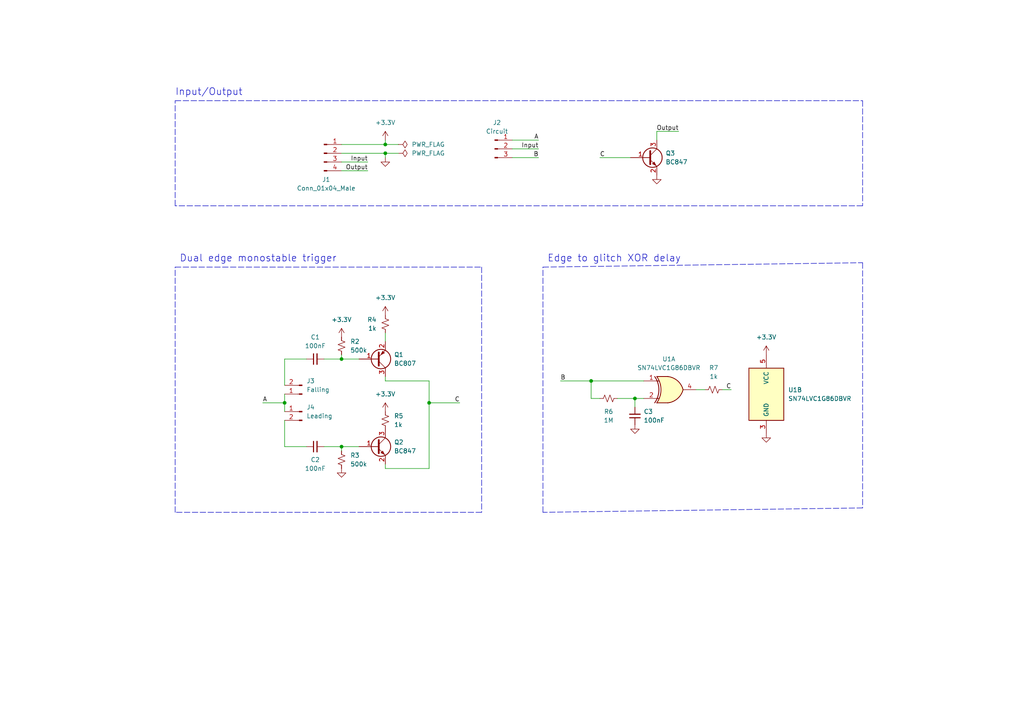
<source format=kicad_sch>
(kicad_sch (version 20211123) (generator eeschema)
  (paper "A4")
  (title_block (title "ESP8266 dual edge wake") (date "2023-01-28") (rev "1") (company "Nick Bolton"))
  (lib_symbols
    (symbol "Connector:Conn_01x02_Male" (pin_names (offset 1.016) hide)
      (property "Reference" "J" (at 0 2.54 0))
      (property "Value" "Conn_01x02_Male" (at 0 -5.08 0))
      (symbol "Conn_01x02_Male_1_1"
        (polyline (pts (xy 1.27 -2.54) (xy 0.8636 -2.54)) (stroke (width 0.1524)))
        (polyline (pts (xy 1.27 0) (xy 0.8636 0)) (stroke (width 0.1524)))
        (rectangle (start 0.8636 -2.413) (end 0 -2.667) (stroke (width 0.1524)) (fill (type outline)))
        (rectangle (start 0.8636 0.127) (end 0 -0.127) (stroke (width 0.1524)) (fill (type outline)))
        (pin passive line (at 5.08 0 180) (length 3.81) (name "Pin_1") (number "1"))
        (pin passive line (at 5.08 -2.54 180) (length 3.81) (name "Pin_2") (number "2"))
      )
    )
    (symbol "Connector:Conn_01x03_Male" (pin_names (offset 1.016) hide)
      (property "Reference" "J" (at 0 5.08 0))
      (property "Value" "Conn_01x03_Male" (at 0 -5.08 0))
      (symbol "Conn_01x03_Male_1_1"
        (polyline (pts (xy 1.27 -2.54) (xy 0.8636 -2.54)) (stroke (width 0.1524)))
        (polyline (pts (xy 1.27 0) (xy 0.8636 0)) (stroke (width 0.1524)))
        (polyline (pts (xy 1.27 2.54) (xy 0.8636 2.54)) (stroke (width 0.1524)))
        (rectangle (start 0.8636 -2.413) (end 0 -2.667) (stroke (width 0.1524)) (fill (type outline)))
        (rectangle (start 0.8636 0.127) (end 0 -0.127) (stroke (width 0.1524)) (fill (type outline)))
        (rectangle (start 0.8636 2.667) (end 0 2.413) (stroke (width 0.1524)) (fill (type outline)))
        (pin passive line (at 5.08 2.54 180) (length 3.81) (name "Pin_1") (number "1"))
        (pin passive line (at 5.08 0 180) (length 3.81) (name "Pin_2") (number "2"))
        (pin passive line (at 5.08 -2.54 180) (length 3.81) (name "Pin_3") (number "3"))
      )
    )
    (symbol "Connector:Conn_01x04_Male" (pin_names (offset 1.016) hide)
      (property "Reference" "J" (at 0 5.08 0))
      (property "Value" "Conn_01x04_Male" (at 0 -7.62 0))
      (symbol "Conn_01x04_Male_1_1"
        (polyline (pts (xy 1.27 -5.08) (xy 0.8636 -5.08)) (stroke (width 0.1524)))
        (polyline (pts (xy 1.27 -2.54) (xy 0.8636 -2.54)) (stroke (width 0.1524)))
        (polyline (pts (xy 1.27 0) (xy 0.8636 0)) (stroke (width 0.1524)))
        (polyline (pts (xy 1.27 2.54) (xy 0.8636 2.54)) (stroke (width 0.1524)))
        (rectangle (start 0.8636 -4.953) (end 0 -5.207) (stroke (width 0.1524)) (fill (type outline)))
        (rectangle (start 0.8636 -2.413) (end 0 -2.667) (stroke (width 0.1524)) (fill (type outline)))
        (rectangle (start 0.8636 0.127) (end 0 -0.127) (stroke (width 0.1524)) (fill (type outline)))
        (rectangle (start 0.8636 2.667) (end 0 2.413) (stroke (width 0.1524)) (fill (type outline)))
        (pin passive line (at 5.08 2.54 180) (length 3.81) (name "Pin_1") (number "1"))
        (pin passive line (at 5.08 0 180) (length 3.81) (name "Pin_2") (number "2"))
        (pin passive line (at 5.08 -2.54 180) (length 3.81) (name "Pin_3") (number "3"))
        (pin passive line (at 5.08 -5.08 180) (length 3.81) (name "Pin_4") (number "4"))
      )
    )
    (symbol "Device:C_Small" (pin_numbers hide) (pin_names (offset 0.254) hide)
      (property "Reference" "C" (at 0.254 1.778 0))
      (property "Value" "C_Small" (at 0.254 -2.032 0))
      (symbol "C_Small_0_1"
        (polyline (pts (xy -1.524 -0.508) (xy 1.524 -0.508)) (stroke (width 0.3302)))
        (polyline (pts (xy -1.524 0.508) (xy 1.524 0.508)) (stroke (width 0.3048)))
      )
      (symbol "C_Small_1_1"
        (pin passive line (at 0 2.54 270) (length 2.032) (name "~") (number "1"))
        (pin passive line (at 0 -2.54 90) (length 2.032) (name "~") (number "2"))
      )
    )
    (symbol "Device:R_Small_US" (pin_numbers hide) (pin_names (offset 0.254) hide)
      (property "Reference" "R" (at 0.762 0.508 0))
      (property "Value" "R_Small_US" (at 0.762 -1.016 0))
      (symbol "R_Small_US_1_1"
        (polyline (pts (xy 0 0) (xy 1.016 -0.381) (xy 0 -0.762) (xy -1.016 -1.143) (xy 0 -1.524)))
        (polyline (pts (xy 0 1.524) (xy 1.016 1.143) (xy 0 0.762) (xy -1.016 0.381) (xy 0 0)))
        (pin passive line (at 0 2.54 270) (length 1.016) (name "~") (number "1"))
        (pin passive line (at 0 -2.54 90) (length 1.016) (name "~") (number "2"))
      )
    )
    (symbol "Nick:SN74LVC1G86DBVR" (pin_names (offset 1.016))
      (property "Reference" "U" (at 0 14.478 0))
      (property "Value" "SN74LVC1G86DBVR" (at 0.254 12.7 0))
      (symbol "SN74LVC1G86DBVR_1_0"
        (polyline (pts (xy 3.9368 -6.2992) (xy 7.1118 -6.2992)) (stroke (width 0.254)) (fill (type background)))
        (polyline (pts (xy 3.9368 1.3208) (xy 7.1118 1.3208)) (stroke (width 0.254)) (fill (type background)))
        (polyline (pts (xy 7.1118 1.3208) (xy 3.9368 1.3208) (xy 3.9368 1.3208) (xy 4.1908 0.9144) (xy 4.7242 -0.2286) (xy 5.0544 -1.4478) (xy 5.1306 -2.7432) (xy 4.9782 -3.9878) (xy 4.5718 -5.207) (xy 3.9368 -6.2992) (xy 3.9368 -6.2992) (xy 7.1118 -6.2992)) (stroke (width -25.4)) (fill (type background)))
        (arc (start 3.3272 -6.2992) (mid 4.5435 -2.4892) (end 3.3272 1.3208) (stroke (width 0.254)))
        (arc (start 3.9368 -6.2992) (mid 5.1578 -2.4892) (end 3.9368 1.3208) (stroke (width 0.254)))
        (arc (start 7.1372 -6.2992) (mid 9.9323 -5.0732) (end 11.5568 -2.4892) (stroke (width 0.254)) (fill (type background)))
        (arc (start 11.5568 -2.4892) (mid 9.9396 0.1033) (end 7.1372 1.3208) (stroke (width 0.254)) (fill (type background)))
        (pin input line (at 0.1268 0.0508 0) (length 4.445) (name "~") (number "1"))
        (pin input line (at 0.1268 -5.0292 0) (length 4.445) (name "~") (number "2"))
        (pin output line (at 15.3668 -2.4892 180) (length 3.81) (name "~") (number "4"))
      )
      (symbol "SN74LVC1G86DBVR_1_1"
        (polyline (pts (xy 3.9368 -5.0292) (xy 4.5718 -5.0292)) (stroke (width 0.1524)))
        (polyline (pts (xy 3.9368 0.0508) (xy 4.5718 0.0508)) (stroke (width 0.1524)))
      )
      (symbol "SN74LVC1G86DBVR_2_1"
        (rectangle (start -5.0292 -3.9116) (end 5.08 -19.05) (stroke (width 0.254)) (fill (type background)))
        (pin power_in line (at 0 -22.86 90) (length 3.81) (name "GND") (number "3"))
        (pin power_in line (at 0 0 270) (length 3.81) (name "VCC") (number "5"))
      )
    )
    (symbol "SN74LVC1G86DBVR_1" (pin_names (offset 1.016))
      (property "Reference" "U" (at 0 14.478 0))
      (property "Value" "SN74LVC1G86DBVR_1" (at 0.254 12.7 0))
      (symbol "SN74LVC1G86DBVR_1_1_0"
        (polyline (pts (xy 3.9368 -6.2992) (xy 7.1118 -6.2992)) (stroke (width 0.254)) (fill (type background)))
        (polyline (pts (xy 3.9368 1.3208) (xy 7.1118 1.3208)) (stroke (width 0.254)) (fill (type background)))
        (polyline (pts (xy 7.1118 1.3208) (xy 3.9368 1.3208) (xy 3.9368 1.3208) (xy 4.1908 0.9144) (xy 4.7242 -0.2286) (xy 5.0544 -1.4478) (xy 5.1306 -2.7432) (xy 4.9782 -3.9878) (xy 4.5718 -5.207) (xy 3.9368 -6.2992) (xy 3.9368 -6.2992) (xy 7.1118 -6.2992)) (stroke (width -25.4)) (fill (type background)))
        (arc (start 3.3272 -6.2992) (mid 4.5435 -2.4892) (end 3.3272 1.3208) (stroke (width 0.254)))
        (arc (start 3.9368 -6.2992) (mid 5.1578 -2.4892) (end 3.9368 1.3208) (stroke (width 0.254)))
        (arc (start 7.1372 -6.2992) (mid 9.9323 -5.0732) (end 11.5568 -2.4892) (stroke (width 0.254)) (fill (type background)))
        (arc (start 11.5568 -2.4892) (mid 9.9396 0.1033) (end 7.1372 1.3208) (stroke (width 0.254)) (fill (type background)))
        (pin input line (at 0.1268 0.0508 0) (length 4.445) (name "~") (number "1"))
        (pin input line (at 0.1268 -5.0292 0) (length 4.445) (name "~") (number "2"))
        (pin output line (at 15.3668 -2.4892 180) (length 3.81) (name "~") (number "4"))
      )
      (symbol "SN74LVC1G86DBVR_1_1_1"
        (polyline (pts (xy 3.9368 -5.0292) (xy 4.5718 -5.0292)) (stroke (width 0.1524)))
        (polyline (pts (xy 3.9368 0.0508) (xy 4.5718 0.0508)) (stroke (width 0.1524)))
      )
      (symbol "SN74LVC1G86DBVR_1_2_1"
        (rectangle (start -5.0292 -3.9116) (end 5.08 -19.05) (stroke (width 0.254)) (fill (type background)))
        (pin power_in line (at 0 -22.86 90) (length 3.81) (name "GND") (number "3"))
        (pin power_in line (at 0 0 270) (length 3.81) (name "VCC") (number "5"))
      )
    )
    (symbol "Transistor_BJT:BC807" (pin_names (offset 0) hide)
      (property "Reference" "Q" (at 5.08 1.905 0))
      (property "Value" "BC807" (at 5.08 0 0))
      (symbol "BC807_0_1"
        (polyline (pts (xy 0.635 0.635) (xy 2.54 2.54)))
        (polyline (pts (xy 0.635 -0.635) (xy 2.54 -2.54) (xy 2.54 -2.54)))
        (polyline (pts (xy 0.635 1.905) (xy 0.635 -1.905) (xy 0.635 -1.905)) (stroke (width 0.508)))
        (polyline (pts (xy 2.286 -1.778) (xy 1.778 -2.286) (xy 1.27 -1.27) (xy 2.286 -1.778) (xy 2.286 -1.778)) (fill (type outline)))
        (circle (center 1.27 0) (radius 2.8194) (stroke (width 0.254)))
      )
      (symbol "BC807_1_1"
        (pin input line (at -5.08 0 0) (length 5.715) (name "B") (number "1"))
        (pin passive line (at 2.54 -5.08 90) (length 2.54) (name "E") (number "2"))
        (pin passive line (at 2.54 5.08 270) (length 2.54) (name "C") (number "3"))
      )
    )
    (symbol "Transistor_BJT:BC847" (pin_names (offset 0) hide)
      (property "Reference" "Q" (at 5.08 1.905 0))
      (property "Value" "BC847" (at 5.08 0 0))
      (symbol "BC847_0_1"
        (polyline (pts (xy 0.635 0.635) (xy 2.54 2.54)))
        (polyline (pts (xy 0.635 -0.635) (xy 2.54 -2.54) (xy 2.54 -2.54)))
        (polyline (pts (xy 0.635 1.905) (xy 0.635 -1.905) (xy 0.635 -1.905)) (stroke (width 0.508)))
        (polyline (pts (xy 1.27 -1.778) (xy 1.778 -1.27) (xy 2.286 -2.286) (xy 1.27 -1.778) (xy 1.27 -1.778)) (fill (type outline)))
        (circle (center 1.27 0) (radius 2.8194) (stroke (width 0.254)))
      )
      (symbol "BC847_1_1"
        (pin input line (at -5.08 0 0) (length 5.715) (name "B") (number "1"))
        (pin passive line (at 2.54 -5.08 90) (length 2.54) (name "E") (number "2"))
        (pin passive line (at 2.54 5.08 270) (length 2.54) (name "C") (number "3"))
      )
    )
    (symbol "power:+3.3V" (power) (pin_names (offset 0))
      (property "Value" "+3.3V" (at 0 3.556 0))
      (symbol "+3.3V_0_1"
        (polyline (pts (xy -0.762 1.27) (xy 0 2.54)))
        (polyline (pts (xy 0 0) (xy 0 2.54)))
        (polyline (pts (xy 0 2.54) (xy 0.762 1.27)))
      )
      (symbol "+3.3V_1_1"
        (pin power_in line (at 0 0 90) (length 0) hide (name "+3.3V") (number "1"))
      )
    )
    (symbol "power:GND" (power) (pin_names (offset 0))
      (property "Value" "GND" (at 0 -3.81 0))
      (symbol "GND_0_1"
        (polyline (pts (xy 0 0) (xy 0 -1.27) (xy 1.27 -1.27) (xy 0 -2.54) (xy -1.27 -1.27) (xy 0 -1.27)))
      )
      (symbol "GND_1_1"
        (pin power_in line (at 0 0 270) (length 0) hide (name "GND") (number "1"))
      )
    )
    (symbol "power:PWR_FLAG" (power) (pin_numbers hide) (pin_names (offset 0) hide)
      (property "Value" "PWR_FLAG" (at 0 3.81 0))
      (symbol "PWR_FLAG_0_0"
        (pin power_out line (at 0 0 90) (length 0) (name "pwr") (number "1"))
      )
      (symbol "PWR_FLAG_0_1"
        (polyline (pts (xy 0 0) (xy 0 1.27) (xy -1.016 1.905) (xy 0 2.54) (xy 1.016 1.905) (xy 0 1.27)))
      )
    )
  )
  (junction (at 99.06 104.14))
  (junction (at 171.45 110.49))
  (junction (at 124.46 116.84))
  (junction (at 111.76 41.91))
  (junction (at 99.06 129.54))
  (junction (at 82.55 116.84))
  (junction (at 111.76 44.45))
  (junction (at 184.15 115.57))
  (wire (pts (xy 99.06 46.99) (xy 106.68 46.99)))
  (polyline (pts (xy 50.8 77.47) (xy 139.7 77.47)))
  (wire (pts (xy 111.76 96.52) (xy 111.76 99.06)))
  (polyline (pts (xy 139.7 148.59) (xy 50.8 148.59)))
  (wire (pts (xy 124.46 116.84) (xy 133.35 116.84)))
  (wire (pts (xy 209.55 113.03) (xy 212.09 113.03)))
  (wire (pts (xy 99.06 44.45) (xy 111.76 44.45)))
  (wire (pts (xy 111.76 45.72) (xy 111.76 44.45)))
  (wire (pts (xy 82.55 121.92) (xy 82.55 129.54)))
  (wire (pts (xy 171.45 115.57) (xy 173.99 115.57)))
  (polyline (pts (xy 50.8 59.69) (xy 50.8 29.21)))
  (wire (pts (xy 99.06 49.53) (xy 106.68 49.53)))
  (wire (pts (xy 99.06 129.54) (xy 104.14 129.54)))
  (wire (pts (xy 111.76 109.22) (xy 111.76 110.49)))
  (polyline (pts (xy 50.8 148.59) (xy 50.8 77.47)))
  (wire (pts (xy 93.98 129.54) (xy 99.06 129.54)))
  (wire (pts (xy 111.76 40.64) (xy 111.76 41.91)))
  (wire (pts (xy 148.59 40.64) (xy 156.21 40.64)))
  (wire (pts (xy 99.06 129.54) (xy 99.06 130.81)))
  (polyline (pts (xy 157.48 148.59) (xy 157.48 77.47)))
  (wire (pts (xy 82.55 116.84) (xy 82.55 119.38)))
  (wire (pts (xy 82.55 104.14) (xy 88.9 104.14)))
  (wire (pts (xy 82.55 114.3) (xy 82.55 116.84)))
  (wire (pts (xy 148.59 45.72) (xy 156.21 45.72)))
  (polyline (pts (xy 157.48 77.47) (xy 250.19 76.2)))
  (polyline (pts (xy 250.19 76.2) (xy 250.19 147.32)))
  (polyline (pts (xy 50.8 29.21) (xy 250.19 29.21)))
  (wire (pts (xy 162.56 110.49) (xy 171.45 110.49)))
  (wire (pts (xy 111.76 110.49) (xy 124.46 110.49)))
  (wire (pts (xy 99.06 41.91) (xy 111.76 41.91)))
  (wire (pts (xy 171.45 110.49) (xy 186.69 110.49)))
  (polyline (pts (xy 139.7 77.47) (xy 139.7 148.59)))
  (wire (pts (xy 111.76 41.91) (xy 115.57 41.91)))
  (wire (pts (xy 148.59 43.18) (xy 156.21 43.18)))
  (wire (pts (xy 124.46 110.49) (xy 124.46 116.84)))
  (wire (pts (xy 179.07 115.57) (xy 184.15 115.57)))
  (wire (pts (xy 82.55 111.76) (xy 82.55 104.14)))
  (wire (pts (xy 190.5 38.1) (xy 190.5 40.64)))
  (wire (pts (xy 111.76 135.89) (xy 111.76 134.62)))
  (wire (pts (xy 184.15 115.57) (xy 186.69 115.57)))
  (wire (pts (xy 82.55 129.54) (xy 88.9 129.54)))
  (wire (pts (xy 204.47 113.03) (xy 201.93 113.03)))
  (wire (pts (xy 196.85 38.1) (xy 190.5 38.1)))
  (wire (pts (xy 111.76 135.89) (xy 124.46 135.89)))
  (wire (pts (xy 76.2 116.84) (xy 82.55 116.84)))
  (wire (pts (xy 99.06 104.14) (xy 104.14 104.14)))
  (wire (pts (xy 124.46 116.84) (xy 124.46 135.89)))
  (wire (pts (xy 173.99 45.72) (xy 182.88 45.72)))
  (wire (pts (xy 171.45 110.49) (xy 171.45 115.57)))
  (polyline (pts (xy 250.19 59.69) (xy 50.8 59.69)))
  (wire (pts (xy 93.98 104.14) (xy 99.06 104.14)))
  (wire (pts (xy 184.15 115.57) (xy 184.15 118.11)))
  (wire (pts (xy 99.06 102.87) (xy 99.06 104.14)))
  (polyline (pts (xy 250.19 147.32) (xy 157.48 148.59)))
  (wire (pts (xy 111.76 44.45) (xy 115.57 44.45)))
  (polyline (pts (xy 250.19 29.21) (xy 250.19 59.69)))
  (text "Edge to glitch XOR delay" (at 158.75 76.2 0) (effects (font (size 2 2)) (justify left bottom)))
  (text "Dual edge monostable trigger" (at 52.07 76.2 0) (effects (font (size 2 2)) (justify left bottom)))
  (text "Input/Output" (at 50.8 27.94 0) (effects (font (size 2 2)) (justify left bottom)))
  (label "Input" (at 106.68 46.99 180))
  (label "Output" (at 196.85 38.1 180))
  (label "Output" (at 106.68 49.53 180))
  (label "A" (at 76.2 116.84 0))
  (label "C" (at 173.99 45.72 0))
  (label "A" (at 156.21 40.64 180))
  (label "B" (at 156.21 45.72 180))
  (label "Input" (at 156.21 43.18 180))
  (label "C" (at 212.09 113.03 180))
  (label "C" (at 133.35 116.84 180))
  (label "B" (at 162.56 110.49 0))
  (symbol (lib_id "power:GND") (at 222.25 125.73 0) (mirror y) (unit 1)
    (property "Reference" "#PWR09" (effects hide))
    (property "Value" "GND" (effects hide))
  )
  (symbol (lib_id "Device:C_Small") (at 91.44 129.54 90) (unit 1)
    (property "Reference" "C2" (at 91.4463 133.35 90))
    (property "Value" "100nF" (at 91.4463 135.89 90))
    (property "Footprint" "Capacitor_SMD:C_0805_2012Metric_Pad1.18x1.45mm_HandSolder" (effects hide))
    (property "LCSC" "C1711" (effects hide))
  )
  (symbol (lib_id "Transistor_BJT:BC807") (at 109.22 104.14 0) (mirror x) (unit 1)
    (property "Reference" "Q1" (at 114.3 102.8699 0) (effects (justify left)))
    (property "Value" "BC807" (at 114.3 105.4099 0) (effects (justify left)))
    (property "Footprint" "Package_TO_SOT_SMD:SOT-23_Handsoldering" (effects hide))
    (property "Datasheet" "https://www.onsemi.com/pub/Collateral/BC808-D.pdf" (effects hide))
    (property "LCSC" "C88012" (effects hide))
  )
  (symbol (lib_id "Connector:Conn_01x04_Male") (at 93.98 44.45 0) (unit 1)
    (property "Reference" "J1" (at 94.615 52.07 0))
    (property "Value" "Conn_01x04_Male" (at 94.615 54.61 0))
    (property "Footprint" "Connector_PinHeader_2.54mm:PinHeader_1x04_P2.54mm_Vertical" (effects hide))
  )
  (symbol (lib_id "power:+3.3V") (at 111.76 91.44 0) (unit 1)
    (property "Reference" "#PWR04" (effects hide))
    (property "Value" "+3.3V" (at 111.76 86.36 0))
  )
  (symbol (lib_id "Connector:Conn_01x02_Male") (at 87.63 119.38 0) (mirror y) (unit 1) (in_bom no)
    (property "Reference" "J4" (at 88.9 118.1099 0) (effects (justify right)))
    (property "Value" "Leading" (at 88.9 120.6499 0) (effects (justify right)))
    (property "Footprint" "Jumper:SolderJumper-2_P1.3mm_Open_RoundedPad1.0x1.5mm" (effects hide))
  )
  (symbol (lib_id "Device:C_Small") (at 184.15 120.65 180) (unit 1)
    (property "Reference" "C3" (at 186.69 119.3735 0) (effects (justify right)))
    (property "Value" "100nF" (at 186.69 121.9135 0) (effects (justify right)))
    (property "Footprint" "Capacitor_SMD:C_0805_2012Metric_Pad1.18x1.45mm_HandSolder" (effects hide))
    (property "LCSC" "C1711" (effects hide))
  )
  (symbol (lib_id "Transistor_BJT:BC847") (at 187.96 45.72 0) (unit 1)
    (property "Reference" "Q3" (at 193.04 44.4499 0) (effects (justify left)))
    (property "Value" "BC847" (at 193.04 46.9899 0) (effects (justify left)))
    (property "Footprint" "Package_TO_SOT_SMD:SOT-23_Handsoldering" (effects hide))
    (property "Datasheet" "http://www.infineon.com/dgdl/Infineon-BC847SERIES_BC848SERIES_BC849SERIES_BC850SERIES-DS-v01_01-en.pdf?fileId=db3a304314dca389011541d4630a1657" (effects hide))
    (property "LCSC" "C57668" (effects hide))
  )
  (symbol (lib_id "power:GND") (at 99.06 135.89 0) (mirror y) (unit 1)
    (property "Reference" "#PWR03" (effects hide))
    (property "Value" "GND" (effects hide))
  )
  (symbol (lib_id "Connector:Conn_01x03_Male") (at 143.51 43.18 0) (unit 1) (in_bom no)
    (property "Reference" "J2" (at 144.145 35.56 0))
    (property "Value" "Circuit" (at 144.145 38.1 0))
    (property "Footprint" "Jumper:SolderJumper-3_P1.3mm_Open_RoundedPad1.0x1.5mm" (effects hide))
  )
  (symbol (lib_id "Nick:SN74LVC1G86DBVR") (at 222.25 102.87 0) (unit 2)
    (property "Reference" "U1" (at 228.6 113.0807 0) (effects (justify left)))
    (property "Value" "SN74LVC1G86DBVR" (at 228.6 115.6207 0) (effects (justify left)))
    (property "Footprint" "Package_TO_SOT_SMD:SOT-23-5_HandSoldering" (effects hide))
    (property "Datasheet" "https://datasheet.lcsc.com/lcsc/1912111437_Texas-Instruments-SN74LVC1G86DBVR_C402161.pdf" (effects hide))
    (property "LCSC" "C402161" (effects hide))
  )
  (symbol (lib_id "power:GND") (at 184.15 123.19 0) (mirror y) (unit 1)
    (property "Reference" "#PWR07" (effects hide))
    (property "Value" "GND" (effects hide))
  )
  (symbol (lib_name "SN74LVC1G86DBVR_1") (lib_id "Nick:SN74LVC1G86DBVR") (at 186.5632 110.5408 0) (unit 1)
    (property "Reference" "U1" (at 194.0052 104.14 0))
    (property "Value" "SN74LVC1G86DBVR" (at 194.0052 106.68 0))
    (property "Footprint" "Package_TO_SOT_SMD:SOT-23-5_HandSoldering" (effects hide))
    (property "Datasheet" "https://datasheet.lcsc.com/lcsc/1912111437_Texas-Instruments-SN74LVC1G86DBVR_C402161.pdf" (effects hide))
    (property "LCSC" "C402161" (effects hide))
  )
  (symbol (lib_id "power:PWR_FLAG") (at 115.57 44.45 270) (unit 1)
    (property "Reference" "#FLG0102" (effects hide))
    (property "Value" "PWR_FLAG" (at 119.38 44.4499 90) (effects (justify left)))
  )
  (symbol (lib_id "power:GND") (at 111.76 45.72 0) (mirror y) (unit 1)
    (property "Reference" "#PWR0103" (effects hide))
    (property "Value" "GND" (effects hide))
  )
  (symbol (lib_id "Device:R_Small_US") (at 176.53 115.57 270) (unit 1)
    (property "Reference" "R6" (at 176.53 119.38 90))
    (property "Value" "1M" (at 176.53 121.92 90))
    (property "Footprint" "Resistor_SMD:R_0805_2012Metric_Pad1.20x1.40mm_HandSolder" (effects hide))
    (property "LCSC" "C413339" (effects hide))
  )
  (symbol (lib_id "power:PWR_FLAG") (at 115.57 41.91 270) (unit 1)
    (property "Reference" "#FLG0101" (effects hide))
    (property "Value" "PWR_FLAG" (at 119.38 41.9099 90) (effects (justify left)))
  )
  (symbol (lib_id "Connector:Conn_01x02_Male") (at 87.63 114.3 180) (unit 1) (in_bom no)
    (property "Reference" "J3" (at 88.9 110.4899 0) (effects (justify right)))
    (property "Value" "Falling" (at 88.9 113.0299 0) (effects (justify right)))
    (property "Footprint" "Jumper:SolderJumper-2_P1.3mm_Open_RoundedPad1.0x1.5mm" (effects hide))
  )
  (symbol (lib_id "Device:R_Small_US") (at 111.76 121.92 0) (unit 1)
    (property "Reference" "R5" (at 114.3 120.6499 0) (effects (justify left)))
    (property "Value" "1k" (at 114.3 123.1899 0) (effects (justify left)))
    (property "Footprint" "Resistor_SMD:R_0805_2012Metric_Pad1.20x1.40mm_HandSolder" (effects hide))
    (property "LCSC" "C79496" (effects hide))
  )
  (symbol (lib_id "Transistor_BJT:BC847") (at 109.22 129.54 0) (unit 1)
    (property "Reference" "Q2" (at 114.3 128.2699 0) (effects (justify left)))
    (property "Value" "BC847" (at 114.3 130.8099 0) (effects (justify left)))
    (property "Footprint" "Package_TO_SOT_SMD:SOT-23_Handsoldering" (effects hide))
    (property "Datasheet" "http://www.infineon.com/dgdl/Infineon-BC847SERIES_BC848SERIES_BC849SERIES_BC850SERIES-DS-v01_01-en.pdf?fileId=db3a304314dca389011541d4630a1657" (effects hide))
    (property "LCSC" "C57668" (effects hide))
  )
  (symbol (lib_id "power:+3.3V") (at 111.76 119.38 0) (unit 1)
    (property "Reference" "#PWR0101" (effects hide))
    (property "Value" "+3.3V" (at 111.76 114.3 0))
  )
  (symbol (lib_id "power:GND") (at 190.5 50.8 0) (mirror y) (unit 1)
    (property "Reference" "#PWR06" (effects hide))
    (property "Value" "GND" (effects hide))
  )
  (symbol (lib_id "power:+3.3V") (at 99.06 97.79 0) (unit 1)
    (property "Reference" "#PWR02" (effects hide))
    (property "Value" "+3.3V" (at 99.06 92.71 0))
  )
  (symbol (lib_id "Device:R_Small_US") (at 99.06 133.35 180) (unit 1)
    (property "Reference" "R3" (at 101.6 132.0799 0) (effects (justify right)))
    (property "Value" "500k" (at 101.6 134.6199 0) (effects (justify right)))
    (property "Footprint" "Resistor_SMD:R_0805_2012Metric_Pad1.20x1.40mm_HandSolder" (effects hide))
    (property "LCSC" "C2077866" (effects hide))
  )
  (symbol (lib_id "Device:C_Small") (at 91.44 104.14 90) (unit 1)
    (property "Reference" "C1" (at 91.4463 97.79 90))
    (property "Value" "100nF" (at 91.4463 100.33 90))
    (property "Footprint" "Capacitor_SMD:C_0805_2012Metric_Pad1.18x1.45mm_HandSolder" (effects hide))
    (property "LCSC" "C1711" (effects hide))
  )
  (symbol (lib_id "power:+3.3V") (at 222.25 102.87 0) (unit 1)
    (property "Reference" "#PWR08" (effects hide))
    (property "Value" "+3.3V" (at 222.25 97.79 0))
  )
  (symbol (lib_id "Device:R_Small_US") (at 207.01 113.03 90) (unit 1)
    (property "Reference" "R7" (at 207.01 106.68 90))
    (property "Value" "1k" (at 207.01 109.22 90))
    (property "Footprint" "Resistor_SMD:R_0805_2012Metric_Pad1.20x1.40mm_HandSolder" (effects hide))
    (property "LCSC" "C79496" (effects hide))
  )
  (symbol (lib_id "Device:R_Small_US") (at 99.06 100.33 0) (unit 1)
    (property "Reference" "R2" (at 101.6 99.0599 0) (effects (justify left)))
    (property "Value" "500k" (at 101.6 101.5999 0) (effects (justify left)))
    (property "Footprint" "Resistor_SMD:R_0805_2012Metric_Pad1.20x1.40mm_HandSolder" (effects hide))
    (property "LCSC" "C2077866" (effects hide))
  )
  (symbol (lib_id "Device:R_Small_US") (at 111.76 93.98 0) (unit 1)
    (property "Reference" "R4" (at 109.22 92.7099 0) (effects (justify right)))
    (property "Value" "1k" (at 109.22 95.2499 0) (effects (justify right)))
    (property "Footprint" "Resistor_SMD:R_0805_2012Metric_Pad1.20x1.40mm_HandSolder" (effects hide))
    (property "LCSC" "C79496" (effects hide))
  )
  (symbol (lib_id "power:+3.3V") (at 111.76 40.64 0) (unit 1)
    (property "Reference" "#PWR0102" (effects hide))
    (property "Value" "+3.3V" (at 111.76 35.56 0))
  )
)
</source>
